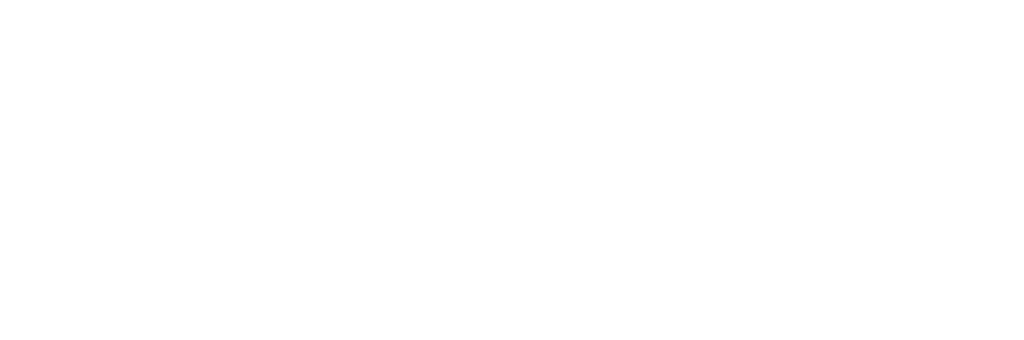
<source format=gtp>
*%FSLAX23Y23*%
*%MOIN*%
G01*
D17*
X7311Y8332D02*
D03*
X9061Y8331D02*
D03*
X8189Y8329D02*
D03*
D37*
X7311Y7957D02*
D03*
X7261D02*
D03*
X7211D02*
D03*
X7161D02*
D03*
X7111D02*
D03*
X7061D02*
D03*
X7011D02*
D03*
X6961D02*
D03*
Y8332D02*
D03*
X7011D02*
D03*
X7061D02*
D03*
X7111D02*
D03*
X7161D02*
D03*
X7211D02*
D03*
X7261D02*
D03*
X9061Y7956D02*
D03*
X9011D02*
D03*
X8961D02*
D03*
X8911D02*
D03*
X8861D02*
D03*
X8811D02*
D03*
X8761D02*
D03*
X8711D02*
D03*
Y8331D02*
D03*
X8761D02*
D03*
X8811D02*
D03*
X8861D02*
D03*
X8911D02*
D03*
X8961D02*
D03*
X9011D02*
D03*
X8189Y7954D02*
D03*
X8139D02*
D03*
X8089D02*
D03*
X8039D02*
D03*
X7989D02*
D03*
X7939D02*
D03*
X7889D02*
D03*
X7839D02*
D03*
Y8329D02*
D03*
X7889D02*
D03*
X7939D02*
D03*
X7989D02*
D03*
X8039D02*
D03*
X8089D02*
D03*
X8139D02*
D03*
D39*
X7970Y7784D02*
D03*
Y7859D02*
D03*
D41*
X7890Y7822D02*
D03*
D45*
X6288Y8444D02*
D03*
X6388D02*
D03*
X6104D02*
D03*
X6204D02*
D03*
D46*
X6187Y7488D02*
D03*
Y7627D02*
D03*
D49*
X6344Y7558D02*
D03*
Y7658D02*
D03*
X8041Y7869D02*
D03*
Y7769D02*
D03*
X9227Y7908D02*
D03*
Y7808D02*
D03*
D51*
X9330Y7888D02*
D03*
Y8479D02*
D03*
Y8439D02*
D03*
Y8400D02*
D03*
Y8360D02*
D03*
Y8321D02*
D03*
Y8282D02*
D03*
Y8242D02*
D03*
Y8203D02*
D03*
Y8164D02*
D03*
Y8124D02*
D03*
Y8085D02*
D03*
Y8045D02*
D03*
Y8006D02*
D03*
Y7967D02*
D03*
Y7927D02*
D03*
D53*
X9424Y8594D02*
D03*
Y7772D02*
D03*
M02*

</source>
